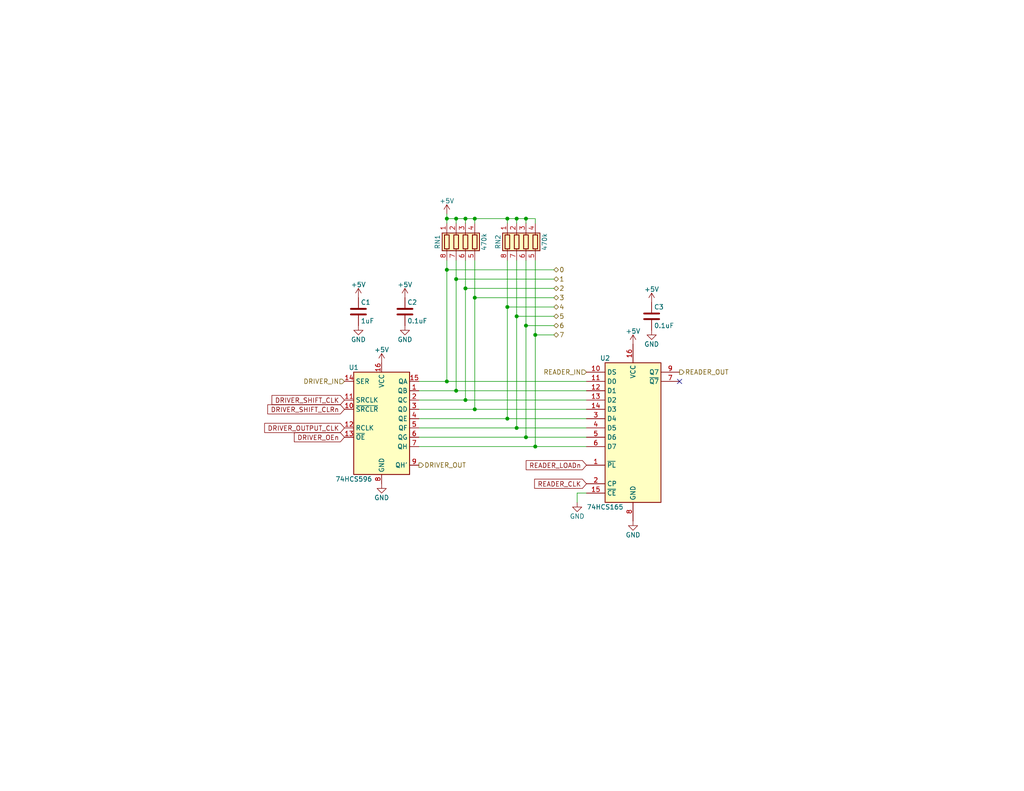
<source format=kicad_sch>
(kicad_sch (version 20211123) (generator eeschema)
  (paper "USLetter")
  (lib_symbols
    (symbol "74xx:74HC596"
      (property "Reference" "U" (at -7.62 13.97 0))
      (property "Value" "74HC596" (at -7.62 -16.51 0))
      (symbol "74HC596_1_0"
        (pin open_collector line (at 10.16 7.62 180) (length 2.54) (name "QB") (number "1"))
        (pin input line (at -10.16 2.54 0) (length 2.54) (name "~{SRCLR}") (number "10"))
        (pin input line (at -10.16 5.08 0) (length 2.54) (name "SRCLK") (number "11"))
        (pin input line (at -10.16 -2.54 0) (length 2.54) (name "RCLK") (number "12"))
        (pin input line (at -10.16 -5.08 0) (length 2.54) (name "~{OE}") (number "13"))
        (pin input line (at -10.16 10.16 0) (length 2.54) (name "SER") (number "14"))
        (pin open_collector line (at 10.16 10.16 180) (length 2.54) (name "QA") (number "15"))
        (pin power_in line (at 0 15.24 270) (length 2.54) (name "VCC") (number "16"))
        (pin open_collector line (at 10.16 5.08 180) (length 2.54) (name "QC") (number "2"))
        (pin open_collector line (at 10.16 2.54 180) (length 2.54) (name "QD") (number "3"))
        (pin open_collector line (at 10.16 0 180) (length 2.54) (name "QE") (number "4"))
        (pin open_collector line (at 10.16 -2.54 180) (length 2.54) (name "QF") (number "5"))
        (pin open_collector line (at 10.16 -5.08 180) (length 2.54) (name "QG") (number "6"))
        (pin open_collector line (at 10.16 -7.62 180) (length 2.54) (name "QH") (number "7"))
        (pin power_in line (at 0 -17.78 90) (length 2.54) (name "GND") (number "8"))
        (pin output line (at 10.16 -12.7 180) (length 2.54) (name "QH'") (number "9"))
      )
      (symbol "74HC596_1_1"
        (rectangle (start -7.62 12.7) (end 7.62 -15.24) (stroke (width 0.254)) (fill (type background)))
      )
    )
    (symbol "74xx:74LS165"
      (property "Reference" "U" (at -7.62 19.05 0))
      (property "Value" "74LS165" (at -7.62 -21.59 0))
      (symbol "74LS165_1_0"
        (pin input line (at -12.7 -10.16 0) (length 5.08) (name "~{PL}") (number "1"))
        (pin input line (at -12.7 15.24 0) (length 5.08) (name "DS") (number "10"))
        (pin input line (at -12.7 12.7 0) (length 5.08) (name "D0") (number "11"))
        (pin input line (at -12.7 10.16 0) (length 5.08) (name "D1") (number "12"))
        (pin input line (at -12.7 7.62 0) (length 5.08) (name "D2") (number "13"))
        (pin input line (at -12.7 5.08 0) (length 5.08) (name "D3") (number "14"))
        (pin input line (at -12.7 -17.78 0) (length 5.08) (name "~{CE}") (number "15"))
        (pin power_in line (at 0 22.86 270) (length 5.08) (name "VCC") (number "16"))
        (pin input line (at -12.7 -15.24 0) (length 5.08) (name "CP") (number "2"))
        (pin input line (at -12.7 2.54 0) (length 5.08) (name "D4") (number "3"))
        (pin input line (at -12.7 0 0) (length 5.08) (name "D5") (number "4"))
        (pin input line (at -12.7 -2.54 0) (length 5.08) (name "D6") (number "5"))
        (pin input line (at -12.7 -5.08 0) (length 5.08) (name "D7") (number "6"))
        (pin output line (at 12.7 12.7 180) (length 5.08) (name "~{Q7}") (number "7"))
        (pin power_in line (at 0 -25.4 90) (length 5.08) (name "GND") (number "8"))
        (pin output line (at 12.7 15.24 180) (length 5.08) (name "Q7") (number "9"))
      )
      (symbol "74LS165_1_1"
        (rectangle (start -7.62 17.78) (end 7.62 -20.32) (stroke (width 0.254)) (fill (type background)))
      )
    )
    (symbol "Device:C" (pin_numbers hide) (pin_names (offset 0.254))
      (property "Reference" "C" (at 0.635 2.54 0))
      (property "Value" "C" (at 0.635 -2.54 0))
      (symbol "C_0_1"
        (polyline (pts (xy -2.032 -0.762) (xy 2.032 -0.762)) (stroke (width 0.508)))
        (polyline (pts (xy -2.032 0.762) (xy 2.032 0.762)) (stroke (width 0.508)))
      )
      (symbol "C_1_1"
        (pin passive line (at 0 3.81 270) (length 2.794) (name "~") (number "1"))
        (pin passive line (at 0 -3.81 90) (length 2.794) (name "~") (number "2"))
      )
    )
    (symbol "Device:R_Pack04" (pin_names (offset 0) hide)
      (property "Reference" "RN" (at -7.62 0 90))
      (property "Value" "R_Pack04" (at 5.08 0 90))
      (symbol "R_Pack04_0_1"
        (rectangle (start -6.35 -2.413) (end 3.81 2.413) (stroke (width 0.254)) (fill (type background)))
        (rectangle (start -5.715 1.905) (end -4.445 -1.905) (stroke (width 0.254)))
        (rectangle (start -3.175 1.905) (end -1.905 -1.905) (stroke (width 0.254)))
        (rectangle (start -0.635 1.905) (end 0.635 -1.905) (stroke (width 0.254)))
        (polyline (pts (xy -5.08 -2.54) (xy -5.08 -1.905)))
        (polyline (pts (xy -5.08 1.905) (xy -5.08 2.54)))
        (polyline (pts (xy -2.54 -2.54) (xy -2.54 -1.905)))
        (polyline (pts (xy -2.54 1.905) (xy -2.54 2.54)))
        (polyline (pts (xy 0 -2.54) (xy 0 -1.905)))
        (polyline (pts (xy 0 1.905) (xy 0 2.54)))
        (polyline (pts (xy 2.54 -2.54) (xy 2.54 -1.905)))
        (polyline (pts (xy 2.54 1.905) (xy 2.54 2.54)))
        (rectangle (start 1.905 1.905) (end 3.175 -1.905) (stroke (width 0.254)))
      )
      (symbol "R_Pack04_1_1"
        (pin passive line (at -5.08 -5.08 90) (length 2.54) (name "R1.1") (number "1"))
        (pin passive line (at -2.54 -5.08 90) (length 2.54) (name "R2.1") (number "2"))
        (pin passive line (at 0 -5.08 90) (length 2.54) (name "R3.1") (number "3"))
        (pin passive line (at 2.54 -5.08 90) (length 2.54) (name "R4.1") (number "4"))
        (pin passive line (at 2.54 5.08 270) (length 2.54) (name "R4.2") (number "5"))
        (pin passive line (at 0 5.08 270) (length 2.54) (name "R3.2") (number "6"))
        (pin passive line (at -2.54 5.08 270) (length 2.54) (name "R2.2") (number "7"))
        (pin passive line (at -5.08 5.08 270) (length 2.54) (name "R1.2") (number "8"))
      )
    )
    (symbol "power:+5V" (power) (pin_names (offset 0))
      (property "Value" "+5V" (at 0 3.556 0))
      (symbol "+5V_0_1"
        (polyline (pts (xy -0.762 1.27) (xy 0 2.54)))
        (polyline (pts (xy 0 0) (xy 0 2.54)))
        (polyline (pts (xy 0 2.54) (xy 0.762 1.27)))
      )
      (symbol "+5V_1_1"
        (pin power_in line (at 0 0 90) (length 0) hide (name "+5V") (number "1"))
      )
    )
    (symbol "power:GND" (power) (pin_names (offset 0))
      (property "Value" "GND" (at 0 -3.81 0))
      (symbol "GND_0_1"
        (polyline (pts (xy 0 0) (xy 0 -1.27) (xy 1.27 -1.27) (xy 0 -2.54) (xy -1.27 -1.27) (xy 0 -1.27)))
      )
      (symbol "GND_1_1"
        (pin power_in line (at 0 0 270) (length 0) hide (name "GND") (number "1"))
      )
    )
  )
  (junction (at 129.54 111.76))
  (junction (at 146.05 121.92))
  (junction (at 143.51 59.69))
  (junction (at 138.43 114.3))
  (junction (at 124.46 106.68))
  (junction (at 127 59.69))
  (junction (at 143.51 88.9))
  (junction (at 121.92 104.14))
  (junction (at 121.92 73.66))
  (junction (at 127 78.74))
  (junction (at 129.54 59.69))
  (junction (at 138.43 59.69))
  (junction (at 129.54 81.28))
  (junction (at 121.92 59.69))
  (junction (at 127 109.22))
  (junction (at 143.51 119.38))
  (junction (at 124.46 76.2))
  (junction (at 146.05 91.44))
  (junction (at 140.97 116.84))
  (junction (at 124.46 59.69))
  (junction (at 140.97 86.36))
  (junction (at 140.97 59.69))
  (junction (at 138.43 83.82))
  (no_connect (at 185.42 104.14))
  (wire (pts (xy 124.46 59.69) (xy 124.46 60.96)))
  (wire (pts (xy 146.05 121.92) (xy 160.02 121.92)))
  (wire (pts (xy 129.54 59.69) (xy 138.43 59.69)))
  (wire (pts (xy 140.97 116.84) (xy 160.02 116.84)))
  (wire (pts (xy 124.46 59.69) (xy 127 59.69)))
  (wire (pts (xy 143.51 119.38) (xy 160.02 119.38)))
  (wire (pts (xy 129.54 111.76) (xy 160.02 111.76)))
  (wire (pts (xy 138.43 59.69) (xy 140.97 59.69)))
  (wire (pts (xy 127 109.22) (xy 160.02 109.22)))
  (wire (pts (xy 127 78.74) (xy 151.13 78.74)))
  (wire (pts (xy 114.3 114.3) (xy 138.43 114.3)))
  (wire (pts (xy 140.97 86.36) (xy 151.13 86.36)))
  (wire (pts (xy 121.92 73.66) (xy 121.92 104.14)))
  (wire (pts (xy 124.46 76.2) (xy 151.13 76.2)))
  (wire (pts (xy 114.3 121.92) (xy 146.05 121.92)))
  (wire (pts (xy 138.43 83.82) (xy 151.13 83.82)))
  (wire (pts (xy 157.48 134.62) (xy 160.02 134.62)))
  (wire (pts (xy 138.43 83.82) (xy 138.43 114.3)))
  (wire (pts (xy 140.97 71.12) (xy 140.97 86.36)))
  (wire (pts (xy 146.05 71.12) (xy 146.05 91.44)))
  (wire (pts (xy 140.97 59.69) (xy 143.51 59.69)))
  (wire (pts (xy 146.05 59.69) (xy 146.05 60.96)))
  (wire (pts (xy 114.3 119.38) (xy 143.51 119.38)))
  (wire (pts (xy 129.54 59.69) (xy 129.54 60.96)))
  (wire (pts (xy 138.43 71.12) (xy 138.43 83.82)))
  (wire (pts (xy 157.48 137.16) (xy 157.48 134.62)))
  (wire (pts (xy 114.3 104.14) (xy 121.92 104.14)))
  (wire (pts (xy 143.51 71.12) (xy 143.51 88.9)))
  (wire (pts (xy 114.3 116.84) (xy 140.97 116.84)))
  (wire (pts (xy 138.43 59.69) (xy 138.43 60.96)))
  (wire (pts (xy 121.92 71.12) (xy 121.92 73.66)))
  (wire (pts (xy 143.51 59.69) (xy 146.05 59.69)))
  (wire (pts (xy 114.3 106.68) (xy 124.46 106.68)))
  (wire (pts (xy 121.92 73.66) (xy 151.13 73.66)))
  (wire (pts (xy 114.3 111.76) (xy 129.54 111.76)))
  (wire (pts (xy 129.54 81.28) (xy 151.13 81.28)))
  (wire (pts (xy 140.97 59.69) (xy 140.97 60.96)))
  (wire (pts (xy 138.43 114.3) (xy 160.02 114.3)))
  (wire (pts (xy 143.51 88.9) (xy 143.51 119.38)))
  (wire (pts (xy 129.54 81.28) (xy 129.54 111.76)))
  (wire (pts (xy 146.05 91.44) (xy 151.13 91.44)))
  (wire (pts (xy 121.92 58.42) (xy 121.92 59.69)))
  (wire (pts (xy 121.92 59.69) (xy 121.92 60.96)))
  (wire (pts (xy 143.51 59.69) (xy 143.51 60.96)))
  (wire (pts (xy 127 59.69) (xy 127 60.96)))
  (wire (pts (xy 127 78.74) (xy 127 109.22)))
  (wire (pts (xy 129.54 71.12) (xy 129.54 81.28)))
  (wire (pts (xy 146.05 91.44) (xy 146.05 121.92)))
  (wire (pts (xy 143.51 88.9) (xy 151.13 88.9)))
  (wire (pts (xy 124.46 76.2) (xy 124.46 106.68)))
  (wire (pts (xy 124.46 106.68) (xy 160.02 106.68)))
  (wire (pts (xy 124.46 71.12) (xy 124.46 76.2)))
  (wire (pts (xy 121.92 59.69) (xy 124.46 59.69)))
  (wire (pts (xy 121.92 104.14) (xy 160.02 104.14)))
  (wire (pts (xy 140.97 86.36) (xy 140.97 116.84)))
  (wire (pts (xy 127 71.12) (xy 127 78.74)))
  (wire (pts (xy 114.3 109.22) (xy 127 109.22)))
  (wire (pts (xy 127 59.69) (xy 129.54 59.69)))
  (global_label "READER_LOADn" (shape input) (at 160.02 127 180) (property "Intersheet References" "${INTERSHEET_REFS}" (effects hide)))
  (global_label "DRIVER_OEn" (shape input) (at 93.98 119.38 180) (property "Intersheet References" "${INTERSHEET_REFS}" (effects hide)))
  (global_label "DRIVER_OUTPUT_CLK" (shape input) (at 93.98 116.84 180) (property "Intersheet References" "${INTERSHEET_REFS}" (effects hide)))
  (global_label "DRIVER_SHIFT_CLK" (shape input) (at 93.98 109.22 180) (property "Intersheet References" "${INTERSHEET_REFS}" (effects hide)))
  (global_label "READER_CLK" (shape input) (at 160.02 132.08 180) (property "Intersheet References" "${INTERSHEET_REFS}" (effects hide)))
  (global_label "DRIVER_SHIFT_CLRn" (shape input) (at 93.98 111.76 180) (property "Intersheet References" "${INTERSHEET_REFS}" (effects hide)))
  (hierarchical_label "2" (shape bidirectional) (at 151.13 78.74 0))
  (hierarchical_label "DRIVER_IN" (shape input) (at 93.98 104.14 180))
  (hierarchical_label "1" (shape bidirectional) (at 151.13 76.2 0))
  (hierarchical_label "4" (shape bidirectional) (at 151.13 83.82 0))
  (hierarchical_label "7" (shape bidirectional) (at 151.13 91.44 0))
  (hierarchical_label "READER_IN" (shape input) (at 160.02 101.6 180))
  (hierarchical_label "DRIVER_OUT" (shape output) (at 114.3 127 0))
  (hierarchical_label "6" (shape bidirectional) (at 151.13 88.9 0))
  (hierarchical_label "0" (shape bidirectional) (at 151.13 73.66 0))
  (hierarchical_label "READER_OUT" (shape output) (at 185.42 101.6 0))
  (hierarchical_label "3" (shape bidirectional) (at 151.13 81.28 0))
  (hierarchical_label "5" (shape bidirectional) (at 151.13 86.36 0))
  (symbol (lib_id "Device:R_Pack04") (at 127 66.04 0) (mirror x) (unit 1)
    (property "Reference" "RN1" (at 119.38 66.04 90))
    (property "Value" "470k" (at 132.08 66.04 90))
    (property "Footprint" "Resistor_SMD:R_Array_Convex_4x0603" (effects hide))
  )
  (symbol (lib_id "power:+5V") (at 172.72 93.98 0) (unit 1)
    (property "Reference" "#PWR014" (effects hide))
    (property "Value" "+5V" (at 172.72 90.424 0))
  )
  (symbol (lib_id "Device:C") (at 110.49 85.09 0) (unit 1)
    (property "Reference" "C2" (at 111.125 82.55 0) (effects (justify left)))
    (property "Value" "0.1uF" (at 111.125 87.63 0) (effects (justify left)))
    (property "Footprint" "Capacitor_SMD:C_0603_1608Metric" (effects hide))
  )
  (symbol (lib_id "74xx:74LS165") (at 172.72 116.84 0) (unit 1)
    (property "Reference" "U2" (at 165.1 97.79 0))
    (property "Value" "74HCS165" (at 165.1 138.43 0))
    (property "Footprint" "Package_SO:TSSOP-16_4.4x5mm_P0.65mm" (effects hide))
    (property "Datasheet" "https://www.ti.com/lit/ds/symlink/sn74ls165a.pdf" (effects hide))
  )
  (symbol (lib_id "power:GND") (at 157.48 137.16 0) (unit 1)
    (property "Reference" "#PWR013" (effects hide))
    (property "Value" "GND" (at 157.48 140.97 0))
  )
  (symbol (lib_id "power:+5V") (at 177.8 82.55 0) (unit 1)
    (property "Reference" "#PWR016" (effects hide))
    (property "Value" "+5V" (at 177.8 78.994 0))
  )
  (symbol (lib_id "power:+5V") (at 97.79 81.28 0) (unit 1)
    (property "Reference" "#PWR06" (effects hide))
    (property "Value" "+5V" (at 97.79 77.724 0))
  )
  (symbol (lib_id "Device:C") (at 97.79 85.09 0) (unit 1)
    (property "Reference" "C1" (at 98.425 82.55 0) (effects (justify left)))
    (property "Value" "1uF" (at 98.425 87.63 0) (effects (justify left)))
    (property "Footprint" "Capacitor_SMD:C_0603_1608Metric" (effects hide))
  )
  (symbol (lib_id "power:GND") (at 97.79 88.9 0) (unit 1)
    (property "Reference" "#PWR07" (effects hide))
    (property "Value" "GND" (at 97.79 92.71 0))
  )
  (symbol (lib_id "power:GND") (at 172.72 142.24 0) (unit 1)
    (property "Reference" "#PWR015" (effects hide))
    (property "Value" "GND" (at 172.72 146.05 0))
  )
  (symbol (lib_id "power:+5V") (at 110.49 81.28 0) (unit 1)
    (property "Reference" "#PWR010" (effects hide))
    (property "Value" "+5V" (at 110.49 77.724 0))
  )
  (symbol (lib_id "power:+5V") (at 104.14 99.06 0) (unit 1)
    (property "Reference" "#PWR08" (effects hide))
    (property "Value" "+5V" (at 104.14 95.504 0))
  )
  (symbol (lib_id "Device:R_Pack04") (at 143.51 66.04 0) (mirror x) (unit 1)
    (property "Reference" "RN2" (at 135.89 66.04 90))
    (property "Value" "470k" (at 148.59 66.04 90))
    (property "Footprint" "Resistor_SMD:R_Array_Convex_4x0603" (effects hide))
  )
  (symbol (lib_id "power:GND") (at 177.8 90.17 0) (unit 1)
    (property "Reference" "#PWR017" (effects hide))
    (property "Value" "GND" (at 177.8 93.98 0))
  )
  (symbol (lib_id "power:GND") (at 110.49 88.9 0) (unit 1)
    (property "Reference" "#PWR011" (effects hide))
    (property "Value" "GND" (at 110.49 92.71 0))
  )
  (symbol (lib_id "74xx:74HC596") (at 104.14 114.3 0) (unit 1)
    (property "Reference" "U1" (at 96.52 100.33 0))
    (property "Value" "74HCS596" (at 96.52 130.81 0))
    (property "Footprint" "Package_SO:TSSOP-16_4.4x5mm_P0.65mm" (effects hide))
    (property "Datasheet" "https://assets.nexperia.com/documents/data-sheet/74HC_HCT595.pdf" (effects hide))
  )
  (symbol (lib_id "power:GND") (at 104.14 132.08 0) (unit 1)
    (property "Reference" "#PWR09" (effects hide))
    (property "Value" "GND" (at 104.14 135.89 0))
  )
  (symbol (lib_id "power:+5V") (at 121.92 58.42 0) (unit 1)
    (property "Reference" "#PWR012" (effects hide))
    (property "Value" "+5V" (at 121.92 54.864 0))
  )
  (symbol (lib_id "Device:C") (at 177.8 86.36 0) (unit 1)
    (property "Reference" "C3" (at 178.435 83.82 0) (effects (justify left)))
    (property "Value" "0.1uF" (at 178.435 88.9 0) (effects (justify left)))
    (property "Footprint" "Capacitor_SMD:C_0603_1608Metric" (effects hide))
  )
)
</source>
